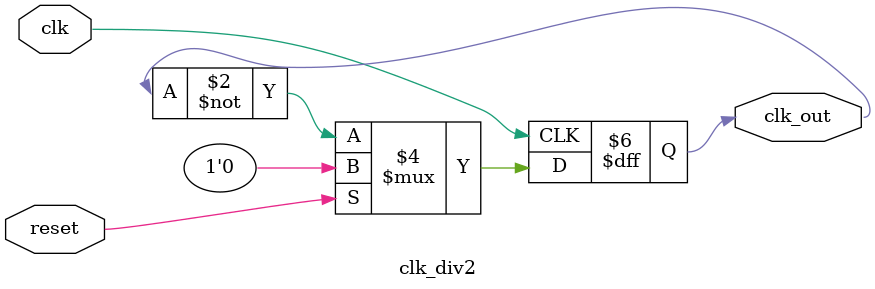
<source format=v>
module clk_div2 (clk, reset, clk_out);
	output reg clk_out;
	input clk ;
	input reset;

	always @(posedge clk)
	begin
	if (reset)
		clk_out <= 1'b0;
	else
		clk_out <= ~clk_out;	
	end
endmodule
</source>
